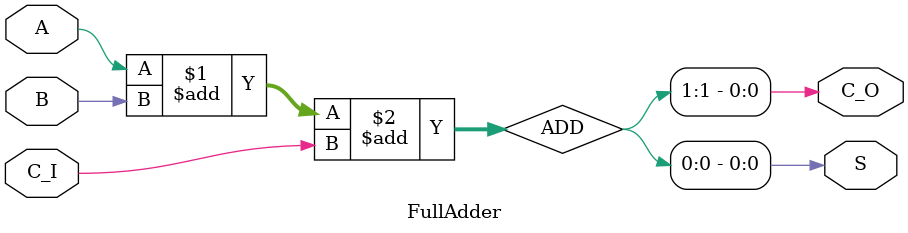
<source format=v>
`timescale 1ns / 1ps
module FullAdder(A, B, C_I, C_O, S);
	input A;
	input B;
	input C_I;
	output S;
	output C_O;
	
	wire[1:0] ADD;
	assign ADD = A + B + C_I;
	assign S = ADD[0];
	assign C_O = ADD[1];

endmodule

</source>
